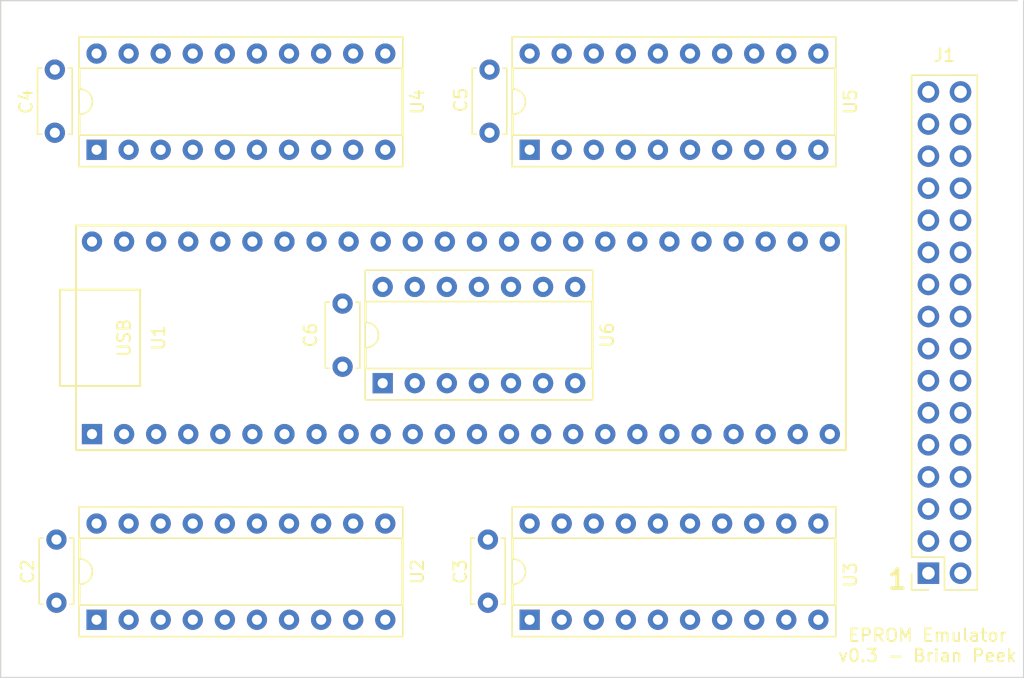
<source format=kicad_pcb>
(kicad_pcb (version 20211014) (generator pcbnew)
  (title_block (title "EPROM Emulator") (date "2022-01-02") (rev "0.2") (company "Brian Peek"))
  (layers (0 "F.Cu" signal) (31 "B.Cu" signal) (34 "B.Paste" user) (35 "F.Paste" user) (36 "B.SilkS" user "B.Silkscreen") (37 "F.SilkS" user "F.Silkscreen") (38 "B.Mask" user) (39 "F.Mask" user) (44 "Edge.Cuts" user))
  (net 0 "")
  (net 1 "+5V")
  (net 2 "A17_5V")
  (net 3 "A14_5V")
  (net 4 "A13_5V")
  (net 5 "A8_5V")
  (net 6 "A9_5V")
  (net 7 "A11_5V")
  (net 8 "GND")
  (net 9 "A10_5V")
  (net 10 "D7_5V")
  (net 11 "D6_5V")
  (net 12 "D5_5V")
  (net 13 "D4_5V")
  (net 14 "D3_5V")
  (net 15 "D2_5V")
  (net 16 "D1_5V")
  (net 17 "D0_5V")
  (net 18 "A0_5V")
  (net 19 "A1_5V")
  (net 20 "A2_5V")
  (net 21 "A3_5V")
  (net 22 "A4_5V")
  (net 23 "A5_5V")
  (net 24 "A6_5V")
  (net 25 "A7_5V")
  (net 26 "A12_5V")
  (net 27 "A15_5V")
  (net 28 "A16_5V")
  (net 29 "A1_3V3")
  (net 30 "A16_3V3")
  (net 31 "A17_3V3")
  (net 32 "A0_3V3")
  (net 33 "+3V3")
  (net 34 "D1_3V3")
  (net 35 "D6_3V3")
  (net 36 "A14_3V3")
  (net 37 "A15_3V3")
  (net 38 "A6_3V3")
  (net 39 "A7_3V3")
  (net 40 "D2_3V3")
  (net 41 "D0_3V3")
  (net 42 "D5_3V3")
  (net 43 "D7_3V3")
  (net 44 "D4_3V3")
  (net 45 "D3_3V3")
  (net 46 "A4_3V3")
  (net 47 "A5_3V3")
  (net 48 "A9_3V3")
  (net 49 "A8_3V3")
  (net 50 "A3_3V3")
  (net 51 "A2_3V3")
  (net 52 "A12_3V3")
  (net 53 "A13_3V3")
  (net 54 "A10_3V3")
  (net 55 "A11_3V3")
  (net 56 "OE_5V")
  (net 57 "CE_5V")
  (net 69 "A19_5V")
  (net 70 "A19_3V3")
  (net 75 "A18_5V")
  (net 76 "A18_3V3")
  (net 87 "Net-(U2-Pad19)")
  (footprint "Capacitor_THT:C_Disc_D5.0mm_W2.5mm_P5.00mm" (layer "F.Cu") (at 143.5826 113.3404 -90)
    (fp_text reference "C3" (at 2.54 2.192 90) (layer "F.SilkS"))
    (fp_text value "0.1uf")
    (fp_line (start -0.12 1.37) (end 5.12 1.37) (layer "F.SilkS") (width 0.12))
    (fp_line (start 5.12 1.055) (end 5.12 1.37) (layer "F.SilkS") (width 0.12))
    (fp_line (start -0.12 -1.37) (end 5.12 -1.37) (layer "F.SilkS") (width 0.12))
    (fp_line (start -0.12 -1.37) (end -0.12 -1.055) (layer "F.SilkS") (width 0.12))
    (fp_line (start 5.12 -1.37) (end 5.12 -1.055) (layer "F.SilkS") (width 0.12))
    (fp_line (start -0.12 1.055) (end -0.12 1.37) (layer "F.SilkS") (width 0.12))
    (pad "1" thru_hole circle locked (at 0 0 270) (size 1.6 1.6) (drill 0.8) (layers *.Cu *.Mask) (net 33 "+3V3"))
    (pad "2" thru_hole circle locked (at 5 0 270) (size 1.6 1.6) (drill 0.8) (layers *.Cu *.Mask) (net 8 "GND"))
  )
  (footprint "Capacitor_THT:C_Disc_D5.0mm_W2.5mm_P5.00mm" (layer "F.Cu") (at 109.2926 76.1294 -90)
    (fp_text reference "C4" (at 2.54 2.286 90) (layer "F.SilkS"))
    (fp_text value "0.1uf")
    (fp_line (start -0.12 1.055) (end -0.12 1.37) (layer "F.SilkS") (width 0.12))
    (fp_line (start 5.12 -1.37) (end 5.12 -1.055) (layer "F.SilkS") (width 0.12))
    (fp_line (start -0.12 1.37) (end 5.12 1.37) (layer "F.SilkS") (width 0.12))
    (fp_line (start -0.12 -1.37) (end -0.12 -1.055) (layer "F.SilkS") (width 0.12))
    (fp_line (start 5.12 1.055) (end 5.12 1.37) (layer "F.SilkS") (width 0.12))
    (fp_line (start -0.12 -1.37) (end 5.12 -1.37) (layer "F.SilkS") (width 0.12))
    (pad "1" thru_hole circle locked (at 0 0 270) (size 1.6 1.6) (drill 0.8) (layers *.Cu *.Mask) (net 33 "+3V3"))
    (pad "2" thru_hole circle locked (at 5 0 270) (size 1.6 1.6) (drill 0.8) (layers *.Cu *.Mask) (net 8 "GND"))
  )
  (footprint "teensy:Teensy41" (layer "F.Cu") (at 141.4446 97.3664)
    (fp_text reference "U1" (at -23.9446 0 90) (layer "F.SilkS"))
    (fp_text value "Teensy4.1")
    (fp_text user "USB" (at -26.67 0 90) (layer "F.SilkS"))
    (fp_line (start -30.48 3.81) (end -31.75 3.81) (layer "F.SilkS") (width 0.15))
    (fp_line (start 30.48 8.89) (end -30.48 8.89) (layer "F.SilkS") (width 0.15))
    (fp_line (start -25.4 3.81) (end -30.48 3.81) (layer "F.SilkS") (width 0.15))
    (fp_line (start -30.48 -8.89) (end 30.48 -8.89) (layer "F.SilkS") (width 0.15))
    (fp_line (start -31.75 -3.81) (end -30.48 -3.81) (layer "F.SilkS") (width 0.15))
    (fp_line (start 30.48 -8.89) (end 30.48 8.89) (layer "F.SilkS") (width 0.15))
    (fp_line (start -30.48 8.89) (end -30.48 -8.89) (layer "F.SilkS") (width 0.15))
    (fp_line (start -25.4 -3.81) (end -30.48 -3.81) (layer "F.SilkS") (width 0.15))
    (fp_line (start -31.75 3.81) (end -31.75 -3.81) (layer "F.SilkS") (width 0.15))
    (fp_line (start -25.4 3.81) (end -25.4 -3.81) (layer "F.SilkS") (width 0.15))
    (pad "1" thru_hole rect locked (at -29.21 7.62) (size 1.6 1.6) (drill 0.8) (layers *.Cu *.Mask) (net 8 "GND"))
    (pad "2" thru_hole circle locked (at -26.67 7.62) (size 1.6 1.6) (drill 0.8) (layers *.Cu *.Mask) (net 70 "A19_3V3"))
    (pad "3" thru_hole circle locked (at -24.13 7.62) (size 1.6 1.6) (drill 0.8) (layers *.Cu *.Mask) (net 76 "A18_3V3"))
    (pad "4" thru_hole circle locked (at -21.59 7.62) (size 1.6 1.6) (drill 0.8) (layers *.Cu *.Mask))
    (pad "5" thru_hole circle locked (at -19.05 7.62) (size 1.6 1.6) (drill 0.8) (layers *.Cu *.Mask))
    (pad "6" thru_hole circle locked (at -16.51 7.62) (size 1.6 1.6) (drill 0.8) (layers *.Cu *.Mask))
    (pad "7" thru_hole circle locked (at -13.97 7.62) (size 1.6 1.6) (drill 0.8) (layers *.Cu *.Mask))
    (pad "8" thru_hole circle locked (at -11.43 7.62) (size 1.6 1.6) (drill 0.8) (layers *.Cu *.Mask))
    (pad "9" thru_hole circle locked (at -8.89 7.62) (size 1.6 1.6) (drill 0.8) (layers *.Cu *.Mask) (net 42 "D5_3V3"))
    (pad "10" thru_hole circle locked (at -6.35 7.62) (size 1.6 1.6) (drill 0.8) (layers *.Cu *.Mask) (net 44 "D4_3V3"))
    (pad "11" thru_hole circle locked (at -3.81 7.62) (size 1.6 1.6) (drill 0.8) (layers *.Cu *.Mask))
    (pad "12" thru_hole circle locked (at -1.27 7.62) (size 1.6 1.6) (drill 0.8) (layers *.Cu *.Mask) (net 41 "D0_3V3"))
    (pad "13" thru_hole circle locked (at 1.27 7.62) (size 1.6 1.6) (drill 0.8) (layers *.Cu *.Mask) (net 40 "D2_3V3"))
    (pad "14" thru_hole circle locked (at 3.81 7.62) (size 1.6 1.6) (drill 0.8) (layers *.Cu *.Mask) (net 34 "D1_3V3"))
    (pad "15" thru_hole circle locked (at 6.35 7.62) (size 1.6 1.6) (drill 0.8) (layers *.Cu *.Mask) (net 33 "+3V3"))
    (pad "16" thru_hole circle locked (at 8.89 7.62) (size 1.6 1.6) (drill 0.8) (layers *.Cu *.Mask) (net 30 "A16_3V3"))
    (pad "17" thru_hole circle locked (at 11.43 7.62) (size 1.6 1.6) (drill 0.8) (layers *.Cu *.Mask) (net 31 "A17_3V3"))
    (pad "18" thru_hole circle locked (at 13.97 7.62) (size 1.6 1.6) (drill 0.8) (layers *.Cu *.Mask) (net 36 "A14_3V3"))
    (pad "19" thru_hole circle locked (at 16.51 7.62) (size 1.6 1.6) (drill 0.8) (layers *.Cu *.Mask) (net 37 "A15_3V3"))
    (pad "20" thru_hole circle locked (at 19.05 7.62) (size 1.6 1.6) (drill 0.8) (layers *.Cu *.Mask))
    (pad "21" thru_hole circle locked (at 21.59 7.62) (size 1.6 1.6) (drill 0.8) (layers *.Cu *.Mask))
    (pad "22" thru_hole circle locked (at 24.13 7.62) (size 1.6 1.6) (drill 0.8) (layers *.Cu *.Mask))
    (pad "23" thru_hole circle locked (at 26.67 7.62) (size 1.6 1.6) (drill 0.8) (layers *.Cu *.Mask))
    (pad "24" thru_hole circle locked (at 29.21 7.62) (size 1.6 1.6) (drill 0.8) (layers *.Cu *.Mask))
    (pad "25" thru_hole circle locked (at 29.21 -7.62) (size 1.6 1.6) (drill 0.8) (layers *.Cu *.Mask))
    (pad "26" thru_hole circle locked (at 26.67 -7.62) (size 1.6 1.6) (drill 0.8) (layers *.Cu *.Mask))
    (pad "27" thru_hole circle locked (at 24.13 -7.62) (size 1.6 1.6) (drill 0.8) (layers *.Cu *.Mask))
    (pad "28" thru_hole circle locked (at 21.59 -7.62) (size 1.6 1.6) (drill 0.8) (layers *.Cu *.Mask) (net 35 "D6_3V3"))
    (pad "29" thru_hole circle locked (at 19.05 -7.62) (size 1.6 1.6) (drill 0.8) (layers *.Cu *.Mask) (net 43 "D7_3V3"))
    (pad "30" thru_hole circle locked (at 16.51 -7.62) (size 1.6 1.6) (drill 0.8) (layers *.Cu *.Mask) (net 52 "A12_3V3"))
    (pad "31" thru_hole circle locked (at 13.97 -7.62) (size 1.6 1.6) (drill 0.8) (layers *.Cu *.Mask) (net 53 "A13_3V3"))
    (pad "32" thru_hole circle locked (at 11.43 -7.62) (size 1.6 1.6) (drill 0.8) (layers *.Cu *.Mask) (net 46 "A4_3V3"))
    (pad "33" thru_hole circle locked (at 8.89 -7.62) (size 1.6 1.6) (drill 0.8) (layers *.Cu *.Mask) (net 47 "A5_3V3"))
    (pad "34" thru_hole circle locked (at 6.35 -7.62) (size 1.6 1.6) (drill 0.8) (layers *.Cu *.Mask))
    (pad "35" thru_hole circle locked (at 3.81 -7.62) (size 1.6 1.6) (drill 0.8) (layers *.Cu *.Mask) (net 45 "D3_3V3"))
    (pad "36" thru_hole circle locked (at 1.27 -7.62) (size 1.6 1.6) (drill 0.8) (layers *.Cu *.Mask) (net 51 "A2_3V3"))
    (pad "37" thru_hole circle locked (at -1.27 -7.62) (size 1.6 1.6) (drill 0.8) (layers *.Cu *.Mask) (net 50 "A3_3V3"))
    (pad "38" thru_hole circle locked (at -3.81 -7.62) (size 1.6 1.6) (drill 0.8) (layers *.Cu *.Mask) (net 39 "A7_3V3"))
    (pad "39" thru_hole circle locked (at -6.35 -7.62) (size 1.6 1.6) (drill 0.8) (layers *.Cu *.Mask) (net 38 "A6_3V3"))
    (pad "40" thru_hole circle locked (at -8.89 -7.62) (size 1.6 1.6) (drill 0.8) (layers *.Cu *.Mask) (net 29 "A1_3V3"))
    (pad "41" thru_hole circle locked (at -11.43 -7.62) (size 1.6 1.6) (drill 0.8) (layers *.Cu *.Mask) (net 32 "A0_3V3"))
    (pad "42" thru_hole circle locked (at -13.97 -7.62) (size 1.6 1.6) (drill 0.8) (layers *.Cu *.Mask) (net 54 "A10_3V3"))
    (pad "43" thru_hole circle locked (at -16.51 -7.62) (size 1.6 1.6) (drill 0.8) (layers *.Cu *.Mask) (net 55 "A11_3V3"))
    (pad "44" thru_hole circle locked (at -19.05 -7.62) (size 1.6 1.6) (drill 0.8) (layers *.Cu *.Mask) (net 49 "A8_3V3"))
    (pad "45" thru_hole circle locked (at -21.59 -7.62) (size 1.6 1.6) (drill 0.8) (layers *.Cu *.Mask) (net 48 "A9_3V3"))
    (pad "46" thru_hole circle locked (at -24.13 -7.62) (size 1.6 1.6) (drill 0.8) (layers *.Cu *.Mask))
    (pad "47" thru_hole circle locked (at -26.67 -7.62) (size 1.6 1.6) (drill 0.8) (layers *.Cu *.Mask))
    (pad "48" thru_hole circle locked (at -29.21 -7.62) (size 1.6 1.6) (drill 0.8) (layers *.Cu *.Mask) (net 1 "+5V"))
  )
  (footprint "Capacitor_THT:C_Disc_D5.0mm_W2.5mm_P5.00mm" (layer "F.Cu") (at 143.7096 76.1294 -90)
    (fp_text reference "C5" (at 2.413 2.286 90) (layer "F.SilkS"))
    (fp_text value "0.1uf")
    (fp_line (start -0.12 -1.37) (end 5.12 -1.37) (layer "F.SilkS") (width 0.12))
    (fp_line (start 5.12 -1.37) (end 5.12 -1.055) (layer "F.SilkS") (width 0.12))
    (fp_line (start 5.12 1.055) (end 5.12 1.37) (layer "F.SilkS") (width 0.12))
    (fp_line (start -0.12 1.37) (end 5.12 1.37) (layer "F.SilkS") (width 0.12))
    (fp_line (start -0.12 -1.37) (end -0.12 -1.055) (layer "F.SilkS") (width 0.12))
    (fp_line (start -0.12 1.055) (end -0.12 1.37) (layer "F.SilkS") (width 0.12))
    (pad "1" thru_hole circle locked (at 0 0 270) (size 1.6 1.6) (drill 0.8) (layers *.Cu *.Mask) (net 33 "+3V3"))
    (pad "2" thru_hole circle locked (at 5 0 270) (size 1.6 1.6) (drill 0.8) (layers *.Cu *.Mask) (net 8 "GND"))
  )
  (footprint "Package_DIP:DIP-20_W7.62mm_Socket" (layer "F.Cu") (at 146.8846 119.6904 90)
    (fp_text reference "U3" (at 3.556 25.4 90) (layer "F.SilkS"))
    (fp_text value "74HC245")
    (fp_line (start -1.33 -1.39) (end -1.33 24.25) (layer "F.SilkS") (width 0.12))
    (fp_line (start 8.95 24.25) (end 8.95 -1.39) (layer "F.SilkS") (width 0.12))
    (fp_line (start 6.46 24.19) (end 6.46 -1.33) (layer "F.SilkS") (width 0.12))
    (fp_line (start 1.16 -1.33) (end 1.16 24.19) (layer "F.SilkS") (width 0.12))
    (fp_line (start -1.33 24.25) (end 8.95 24.25) (layer "F.SilkS") (width 0.12))
    (fp_line (start 1.16 24.19) (end 6.46 24.19) (layer "F.SilkS") (width 0.12))
    (fp_line (start 6.46 -1.33) (end 4.81 -1.33) (layer "F.SilkS") (width 0.12))
    (fp_line (start 8.95 -1.39) (end -1.33 -1.39) (layer "F.SilkS") (width 0.12))
    (fp_line (start 2.81 -1.33) (end 1.16 -1.33) (layer "F.SilkS") (width 0.12))
    (fp_arc (start 4.81 -1.33) (mid 3.81 -0.33) (end 2.81 -1.33) (layer "F.SilkS") (width 0.12))
    (pad "1" thru_hole rect locked (at 0 0 90) (size 1.6 1.6) (drill 0.8) (layers *.Cu *.Mask) (net 33 "+3V3"))
    (pad "2" thru_hole oval locked (at 0 2.54 90) (size 1.6 1.6) (drill 0.8) (layers *.Cu *.Mask) (net 69 "A19_5V"))
    (pad "3" thru_hole oval locked (at 0 5.08 90) (size 1.6 1.6) (drill 0.8) (layers *.Cu *.Mask) (net 75 "A18_5V"))
    (pad "4" thru_hole oval locked (at 0 7.62 90) (size 1.6 1.6) (drill 0.8) (layers *.Cu *.Mask) (net 28 "A16_5V"))
    (pad "5" thru_hole oval locked (at 0 10.16 90) (size 1.6 1.6) (drill 0.8) (layers *.Cu *.Mask) (net 2 "A17_5V"))
    (pad "6" thru_hole oval locked (at 0 12.7 90) (size 1.6 1.6) (drill 0.8) (layers *.Cu *.Mask) (net 3 "A14_5V"))
    (pad "7" thru_hole oval locked (at 0 15.24 90) (size 1.6 1.6) (drill 0.8) (layers *.Cu *.Mask) (net 27 "A15_5V"))
    (pad "8" thru_hole oval locked (at 0 17.78 90) (size 1.6 1.6) (drill 0.8) (layers *.Cu *.Mask))
    (pad "9" thru_hole oval locked (at 0 20.32 90) (size 1.6 1.6) (drill 0.8) (layers *.Cu *.Mask))
    (pad "10" thru_hole oval locked (at 0 22.86 90) (size 1.6 1.6) (drill 0.8) (layers *.Cu *.Mask) (net 8 "GND"))
    (pad "11" thru_hole oval locked (at 7.62 22.86 90) (size 1.6 1.6) (drill 0.8) (layers *.Cu *.Mask))
    (pad "12" thru_hole oval locked (at 7.62 20.32 90) (size 1.6 1.6) (drill 0.8) (layers *.Cu *.Mask))
    (pad "13" thru_hole oval locked (at 7.62 17.78 90) (size 1.6 1.6) (drill 0.8) (layers *.Cu *.Mask) (net 37 "A15_3V3"))
    (pad "14" thru_hole oval locked (at 7.62 15.24 90) (size 1.6 1.6) (drill 0.8) (layers *.Cu *.Mask) (net 36 "A14_3V3"))
    (pad "15" thru_hole oval locked (at 7.62 12.7 90) (size 1.6 1.6) (drill 0.8) (layers *.Cu *.Mask) (net 31 "A17_3V3"))
    (pad "16" thru_hole oval locked (at 7.62 10.16 90) (size 1.6 1.6) (drill 0.8) (layers *.Cu *.Mask) (net 30 "A16_3V3"))
    (pad "17" thru_hole oval locked (at 7.62 7.62 90) (size 1.6 1.6) (drill 0.8) (layers *.Cu *.Mask) (net 76 "A18_3V3"))
    (pad "18" thru_hole oval locked (at 7.62 5.08 90) (size 1.6 1.6) (drill 0.8) (layers *.Cu *.Mask) (net 70 "A19_3V3"))
    (pad "19" thru_hole oval locked (at 7.62 2.54 90) (size 1.6 1.6) (drill 0.8) (layers *.Cu *.Mask) (net 8 "GND"))
    (pad "20" thru_hole oval locked (at 7.62 0 90) (size 1.6 1.6) (drill 0.8) (layers *.Cu *.Mask) (net 33 "+3V3"))
  )
  (footprint "Capacitor_THT:C_Disc_D5.0mm_W2.5mm_P5.00mm" (layer "F.Cu") (at 109.4196 113.3404 -90)
    (fp_text reference "C2" (at 2.54 2.286 90) (layer "F.SilkS"))
    (fp_text value "0.1uf")
    (fp_line (start -0.12 1.055) (end -0.12 1.37) (layer "F.SilkS") (width 0.12))
    (fp_line (start -0.12 -1.37) (end -0.12 -1.055) (layer "F.SilkS") (width 0.12))
    (fp_line (start -0.12 -1.37) (end 5.12 -1.37) (layer "F.SilkS") (width 0.12))
    (fp_line (start 5.12 -1.37) (end 5.12 -1.055) (layer "F.SilkS") (width 0.12))
    (fp_line (start -0.12 1.37) (end 5.12 1.37) (layer "F.SilkS") (width 0.12))
    (fp_line (start 5.12 1.055) (end 5.12 1.37) (layer "F.SilkS") (width 0.12))
    (pad "1" thru_hole circle locked (at 0 0 270) (size 1.6 1.6) (drill 0.8) (layers *.Cu *.Mask) (net 1 "+5V"))
    (pad "2" thru_hole circle locked (at 5 0 270) (size 1.6 1.6) (drill 0.8) (layers *.Cu *.Mask) (net 8 "GND"))
  )
  (footprint "Connector_PinHeader_2.54mm:PinHeader_2x16_P2.54mm_Vertical" (layer "F.Cu") (at 181 116 180)
    (fp_text reference "J1" (at 1.27 41) (layer "F.SilkS"))
    (fp_text value "EPROM Connector")
    (fp_line (start 3.87 39.43) (end -1.33 39.43) (layer "F.SilkS") (width 0.12))
    (fp_line (start 1.27 1.27) (end 1.27 -1.33) (layer "F.SilkS") (width 0.12))
    (fp_line (start 3.87 -1.33) (end 2.54 -1.33) (layer "F.SilkS") (width 0.12))
    (fp_line (start 3.87 1.27) (end 3.87 39.43) (layer "F.SilkS") (width 0.12))
    (fp_line (start 3.87 1.27) (end 1.27 1.27) (layer "F.SilkS") (width 0.12))
    (fp_line (start 3.87 0) (end 3.87 -1.33) (layer "F.SilkS") (width 0.12))
    (fp_line (start -1.33 -1.33) (end -1.33 39.43) (layer "F.SilkS") (width 0.12))
    (fp_line (start 1.27 -1.33) (end -1.33 -1.33) (layer "F.SilkS") (width 0.12))
    (pad "1" thru_hole rect locked (at 2.54 0 180) (size 1.7 1.7) (drill 1) (layers *.Cu *.Mask) (net 69 "A19_5V"))
    (pad "2" thru_hole oval locked (at 2.54 2.54 180) (size 1.7 1.7) (drill 1) (layers *.Cu *.Mask) (net 28 "A16_5V"))
    (pad "3" thru_hole oval locked (at 2.54 5.08 180) (size 1.7 1.7) (drill 1) (layers *.Cu *.Mask) (net 27 "A15_5V"))
    (pad "4" thru_hole oval locked (at 2.54 7.62 180) (size 1.7 1.7) (drill 1) (layers *.Cu *.Mask) (net 26 "A12_5V"))
    (pad "5" thru_hole oval locked (at 2.54 10.16 180) (size 1.7 1.7) (drill 1) (layers *.Cu *.Mask) (net 25 "A7_5V"))
    (pad "6" thru_hole oval locked (at 2.54 12.7 180) (size 1.7 1.7) (drill 1) (layers *.Cu *.Mask) (net 24 "A6_5V"))
    (pad "7" thru_hole oval locked (at 2.54 15.24 180) (size 1.7 1.7) (drill 1) (layers *.Cu *.Mask) (net 23 "A5_5V"))
    (pad "8" thru_hole oval locked (at 2.54 17.78 180) (size 1.7 1.7) (drill 1) (layers *.Cu *.Mask) (net 22 "A4_5V"))
    (pad "9" thru_hole oval locked (at 2.54 20.32 180) (size 1.7 1.7) (drill 1) (layers *.Cu *.Mask) (net 21 "A3_5V"))
    (pad "10" thru_hole oval locked (at 2.54 22.86 180) (size 1.7 1.7) (drill 1) (layers *.Cu *.Mask) (net 20 "A2_5V"))
    (pad "11" thru_hole oval locked (at 2.54 25.4 180) (size 1.7 1.7) (drill 1) (layers *.Cu *.Mask) (net 19 "A1_5V"))
    (pad "12" thru_hole oval locked (at 2.54 27.94 180) (size 1.7 1.7) (drill 1) (layers *.Cu *.Mask) (net 18 "A0_5V"))
    (pad "13" thru_hole oval locked (at 2.54 30.48 180) (size 1.7 1.7) (drill 1) (layers *.Cu *.Mask) (net 17 "D0_5V"))
    (pad "14" thru_hole oval locked (at 2.54 33.02 180) (size 1.7 1.7) (drill 1) (layers *.Cu *.Mask) (net 16 "D1_5V"))
    (pad "15" thru_hole oval locked (at 2.54 35.56 180) (size 1.7 1.7) (drill 1) (layers *.Cu *.Mask) (net 15 "D2_5V"))
    (pad "16" thru_hole oval locked (at 2.54 38.1 180) (size 1.7 1.7) (drill 1) (layers *.Cu *.Mask) (net 8 "GND"))
    (pad "17" thru_hole oval locked (at 0 38.1 180) (size 1.7 1.7) (drill 1) (layers *.Cu *.Mask) (net 14 "D3_5V"))
    (pad "18" thru_hole oval locked (at 0 35.56 180) (size 1.7 1.7) (drill 1) (layers *.Cu *.Mask) (net 13 "D4_5V"))
    (pad "19" thru_hole oval locked (at 0 33.02 180) (size 1.7 1.7) (drill 1) (layers *.Cu *.Mask) (net 12 "D5_5V"))
    (pad "20" thru_hole oval locked (at 0 30.48 180) (size 1.7 1.7) (drill 1) (layers *.Cu *.Mask) (net 11 "D6_5V"))
    (pad "21" thru_hole oval locked (at 0 27.94 180) (size 1.7 1.7) (drill 1) (layers *.Cu *.Mask) (net 10 "D7_5V"))
    (pad "22" thru_hole oval locked (at 0 25.4 180) (size 1.7 1.7) (drill 1) (layers *.Cu *.Mask) (net 57 "CE_5V"))
    (pad "23" thru_hole oval locked (at 0 22.86 180) (size 1.7 1.7) (drill 1) (layers *.Cu *.Mask) (net 9 "A10_5V"))
    (pad "24" thru_hole oval locked (at 0 20.32 180) (size 1.7 1.7) (drill 1) (layers *.Cu *.Mask) (net 56 "OE_5V"))
    (pad "25" thru_hole oval locked (at 0 17.78 180) (size 1.7 1.7) (drill 1) (layers *.Cu *.Mask) (net 7 "A11_5V"))
    (pad "26" thru_hole oval locked (at 0 15.24 180) (size 1.7 1.7) (drill 1) (layers *.Cu *.Mask) (net 6 "A9_5V"))
    (pad "27" thru_hole oval locked (at 0 12.7 180) (size 1.7 1.7) (drill 1) (layers *.Cu *.Mask) (net 5 "A8_5V"))
    (pad "28" thru_hole oval locked (at 0 10.16 180) (size 1.7 1.7) (drill 1) (layers *.Cu *.Mask) (net 4 "A13_5V"))
    (pad "29" thru_hole oval locked (at 0 7.62 180) (size 1.7 1.7) (drill 1) (layers *.Cu *.Mask) (net 3 "A14_5V"))
    (pad "30" thru_hole oval locked (at 0 5.08 180) (size 1.7 1.7) (drill 1) (layers *.Cu *.Mask) (net 2 "A17_5V"))
    (pad "31" thru_hole oval locked (at 0 2.54 180) (size 1.7 1.7) (drill 1) (layers *.Cu *.Mask) (net 75 "A18_5V"))
    (pad "32" thru_hole oval locked (at 0 0 180) (size 1.7 1.7) (drill 1) (layers *.Cu *.Mask) (net 1 "+5V"))
  )
  (footprint "Package_DIP:DIP-20_W7.62mm_Socket" (layer "F.Cu") (at 112.5946 82.4794 90)
    (fp_text reference "U4" (at 3.81 25.4 90) (layer "F.SilkS"))
    (fp_text value "74HC245")
    (fp_line (start 6.46 -1.33) (end 4.81 -1.33) (layer "F.SilkS") (width 0.12))
    (fp_line (start 2.81 -1.33) (end 1.16 -1.33) (layer "F.SilkS") (width 0.12))
    (fp_line (start 8.95 -1.39) (end -1.33 -1.39) (layer "F.SilkS") (width 0.12))
    (fp_line (start -1.33 -1.39) (end -1.33 24.25) (layer "F.SilkS") (width 0.12))
    (fp_line (start 6.46 24.19) (end 6.46 -1.33) (layer "F.SilkS") (width 0.12))
    (fp_line (start 1.16 24.19) (end 6.46 24.19) (layer "F.SilkS") (width 0.12))
    (fp_line (start 1.16 -1.33) (end 1.16 24.19) (layer "F.SilkS") (width 0.12))
    (fp_line (start 8.95 24.25) (end 8.95 -1.39) (layer "F.SilkS") (width 0.12))
    (fp_line (start -1.33 24.25) (end 8.95 24.25) (layer "F.SilkS") (width 0.12))
    (fp_arc (start 4.81 -1.33) (mid 3.81 -0.33) (end 2.81 -1.33) (layer "F.SilkS") (width 0.12))
    (pad "1" thru_hole rect locked (at 0 0 90) (size 1.6 1.6) (drill 0.8) (layers *.Cu *.Mask) (net 8 "GND"))
    (pad "2" thru_hole oval locked (at 0 2.54 90) (size 1.6 1.6) (drill 0.8) (layers *.Cu *.Mask) (net 48 "A9_3V3"))
    (pad "3" thru_hole oval locked (at 0 5.08 90) (size 1.6 1.6) (drill 0.8) (layers *.Cu *.Mask) (net 49 "A8_3V3"))
    (pad "4" thru_hole oval locked (at 0 7.62 90) (size 1.6 1.6) (drill 0.8) (layers *.Cu *.Mask) (net 55 "A11_3V3"))
    (pad "5" thru_hole oval locked (at 0 10.16 90) (size 1.6 1.6) (drill 0.8) (layers *.Cu *.Mask) (net 54 "A10_3V3"))
    (pad "6" thru_hole oval locked (at 0 12.7 90) (size 1.6 1.6) (drill 0.8) (layers *.Cu *.Mask) (net 32 "A0_3V3"))
    (pad "7" thru_hole oval locked (at 0 15.24 90) (size 1.6 1.6) (drill 0.8) (layers *.Cu *.Mask) (net 29 "A1_3V3"))
    (pad "8" thru_hole oval locked (at 0 17.78 90) (size 1.6 1.6) (drill 0.8) (layers *.Cu *.Mask) (net 38 "A6_3V3"))
    (pad "9" thru_hole oval locked (at 0 20.32 90) (size 1.6 1.6) (drill 0.8) (layers *.Cu *.Mask) (net 39 "A7_3V3"))
    (pad "10" thru_hole oval locked (at 0 22.86 90) (size 1.6 1.6) (drill 0.8) (layers *.Cu *.Mask) (net 8 "GND"))
    (pad "11" thru_hole oval locked (at 7.62 22.86 90) (size 1.6 1.6) (drill 0.8) (layers *.Cu *.Mask) (net 25 "A7_5V"))
    (pad "12" thru_hole oval locked (at 7.62 20.32 90) (size 1.6 1.6) (drill 0.8) (layers *.Cu *.Mask) (net 24 "A6_5V"))
    (pad "13" thru_hole oval locked (at 7.62 17.78 90) (size 1.6 1.6) (drill 0.8) (layers *.Cu *.Mask) (net 19 "A1_5V"))
    (pad "14" thru_hole oval locked (at 7.62 15.24 90) (size 1.6 1.6) (drill 0.8) (layers *.Cu *.Mask) (net 18 "A0_5V"))
    (pad "15" thru_hole oval locked (at 7.62 12.7 90) (size 1.6 1.6) (drill 0.8) (layers *.Cu *.Mask) (net 9 "A10_5V"))
    (pad "16" thru_hole oval locked (at 7.62 10.16 90) (size 1.6 1.6) (drill 0.8) (layers *.Cu *.Mask) (net 7 "A11_5V"))
    (pad "17" thru_hole oval locked (at 7.62 7.62 90) (size 1.6 1.6) (drill 0.8) (layers *.Cu *.Mask) (net 5 "A8_5V"))
    (pad "18" thru_hole oval locked (at 7.62 5.08 90) (size 1.6 1.6) (drill 0.8) (layers *.Cu *.Mask) (net 6 "A9_5V"))
    (pad "19" thru_hole oval locked (at 7.62 2.54 90) (size 1.6 1.6) (drill 0.8) (layers *.Cu *.Mask) (net 8 "GND"))
    (pad "20" thru_hole oval locked (at 7.62 0 90) (size 1.6 1.6) (drill 0.8) (layers *.Cu *.Mask) (net 33 "+3V3"))
  )
  (footprint "Package_DIP:DIP-20_W7.62mm_Socket" (layer "F.Cu") (at 146.8846 82.4794 90)
    (fp_text reference "U5" (at 3.81 25.4 90) (layer "F.SilkS"))
    (fp_text value "74HC245")
    (fp_line (start 6.46 24.19) (end 6.46 -1.33) (layer "F.SilkS") (width 0.12))
    (fp_line (start 1.16 -1.33) (end 1.16 24.19) (layer "F.SilkS") (width 0.12))
    (fp_line (start 6.46 -1.33) (end 4.81 -1.33) (layer "F.SilkS") (width 0.12))
    (fp_line (start -1.33 24.25) (end 8.95 24.25) (layer "F.SilkS") (width 0.12))
    (fp_line (start 1.16 24.19) (end 6.46 24.19) (layer "F.SilkS") (width 0.12))
    (fp_line (start 8.95 24.25) (end 8.95 -1.39) (layer "F.SilkS") (width 0.12))
    (fp_line (start 8.95 -1.39) (end -1.33 -1.39) (layer "F.SilkS") (width 0.12))
    (fp_line (start -1.33 -1.39) (end -1.33 24.25) (layer "F.SilkS") (width 0.12))
    (fp_line (start 2.81 -1.33) (end 1.16 -1.33) (layer "F.SilkS") (width 0.12))
    (fp_arc (start 4.81 -1.33) (mid 3.81 -0.33) (end 2.81 -1.33) (layer "F.SilkS") (width 0.12))
    (pad "1" thru_hole rect locked (at 0 0 90) (size 1.6 1.6) (drill 0.8) (layers *.Cu *.Mask) (net 8 "GND"))
    (pad "2" thru_hole oval locked (at 0 2.54 90) (size 1.6 1.6) (drill 0.8) (layers *.Cu *.Mask) (net 50 "A3_3V3"))
    (pad "3" thru_hole oval locked (at 0 5.08 90) (size 1.6 1.6) (drill 0.8) (layers *.Cu *.Mask) (net 51 "A2_3V3"))
    (pad "4" thru_hole oval locked (at 0 7.62 90) (size 1.6 1.6) (drill 0.8) (layers *.Cu *.Mask) (net 47 "A5_3V3"))
    (pad "5" thru_hole oval locked (at 0 10.16 90) (size 1.6 1.6) (drill 0.8) (layers *.Cu *.Mask) (net 46 "A4_3V3"))
    (pad "6" thru_hole oval locked (at 0 12.7 90) (size 1.6 1.6) (drill 0.8) (layers *.Cu *.Mask) (net 53 "A13_3V3"))
    (pad "7" thru_hole oval locked (at 0 15.24 90) (size 1.6 1.6) (drill 0.8) (layers *.Cu *.Mask) (net 52 "A12_3V3"))
    (pad "8" thru_hole oval locked (at 0 17.78 90) (size 1.6 1.6) (drill 0.8) (layers *.Cu *.Mask))
    (pad "9" thru_hole oval locked (at 0 20.32 90) (size 1.6 1.6) (drill 0.8) (layers *.Cu *.Mask))
    (pad "10" thru_hole oval locked (at 0 22.86 90) (size 1.6 1.6) (drill 0.8) (layers *.Cu *.Mask) (net 8 "GND"))
    (pad "11" thru_hole oval locked (at 7.62 22.86 90) (size 1.6 1.6) (drill 0.8) (layers *.Cu *.Mask))
    (pad "12" thru_hole oval locked (at 7.62 20.32 90) (size 1.6 1.6) (drill 0.8) (layers *.Cu *.Mask))
    (pad "13" thru_hole oval locked (at 7.62 17.78 90) (size 1.6 1.6) (drill 0.8) (layers *.Cu *.Mask) (net 26 "A12_5V"))
    (pad "14" thru_hole oval locked (at 7.62 15.24 90) (size 1.6 1.6) (drill 0.8) (layers *.Cu *.Mask) (net 4 "A13_5V"))
    (pad "15" thru_hole oval locked (at 7.62 12.7 90) (size 1.6 1.6) (drill 0.8) (layers *.Cu *.Mask) (net 22 "A4_5V"))
    (pad "16" thru_hole oval locked (at 7.62 10.16 90) (size 1.6 1.6) (drill 0.8) (layers *.Cu *.Mask) (net 23 "A5_5V"))
    (pad "17" thru_hole oval locked (at 7.62 7.62 90) (size 1.6 1.6) (drill 0.8) (layers *.Cu *.Mask) (net 20 "A2_5V"))
    (pad "18" thru_hole oval locked (at 7.62 5.08 90) (size 1.6 1.6) (drill 0.8) (layers *.Cu *.Mask) (net 21 "A3_5V"))
    (pad "19" thru_hole oval locked (at 7.62 2.54 90) (size 1.6 1.6) (drill 0.8) (layers *.Cu *.Mask) (net 8 "GND"))
    (pad "20" thru_hole oval locked (at 7.62 0 90) (size 1.6 1.6) (drill 0.8) (layers *.Cu *.Mask) (net 33 "+3V3"))
  )
  (footprint "Package_DIP:DIP-20_W7.62mm_Socket" (layer "F.Cu") (at 112.5946 119.6904 90)
    (fp_text reference "U2" (at 3.81 25.4 90) (layer "F.SilkS"))
    (fp_text value "74HC245")
    (fp_line (start 6.46 -1.33) (end 4.81 -1.33) (layer "F.SilkS") (width 0.12))
    (fp_line (start 8.95 -1.39) (end -1.33 -1.39) (layer "F.SilkS") (width 0.12))
    (fp_line (start 1.16 24.19) (end 6.46 24.19) (layer "F.SilkS") (width 0.12))
    (fp_line (start 2.81 -1.33) (end 1.16 -1.33) (layer "F.SilkS") (width 0.12))
    (fp_line (start 1.16 -1.33) (end 1.16 24.19) (layer "F.SilkS") (width 0.12))
    (fp_line (start -1.33 -1.39) (end -1.33 24.25) (layer "F.SilkS") (width 0.12))
    (fp_line (start 6.46 24.19) (end 6.46 -1.33) (layer "F.SilkS") (width 0.12))
    (fp_line (start -1.33 24.25) (end 8.95 24.25) (layer "F.SilkS") (width 0.12))
    (fp_line (start 8.95 24.25) (end 8.95 -1.39) (layer "F.SilkS") (width 0.12))
    (fp_arc (start 4.81 -1.33) (mid 3.81 -0.33) (end 2.81 -1.33) (layer "F.SilkS") (width 0.12))
    (pad "1" thru_hole rect locked (at 0 0 90) (size 1.6 1.6) (drill 0.8) (layers *.Cu *.Mask) (net 8 "GND"))
    (pad "2" thru_hole oval locked (at 0 2.54 90) (size 1.6 1.6) (drill 0.8) (layers *.Cu *.Mask) (net 12 "D5_5V"))
    (pad "3" thru_hole oval locked (at 0 5.08 90) (size 1.6 1.6) (drill 0.8) (layers *.Cu *.Mask) (net 13 "D4_5V"))
    (pad "4" thru_hole oval locked (at 0 7.62 90) (size 1.6 1.6) (drill 0.8) (layers *.Cu *.Mask) (net 17 "D0_5V"))
    (pad "5" thru_hole oval locked (at 0 10.16 90) (size 1.6 1.6) (drill 0.8) (layers *.Cu *.Mask) (net 15 "D2_5V"))
    (pad "6" thru_hole oval locked (at 0 12.7 90) (size 1.6 1.6) (drill 0.8) (layers *.Cu *.Mask) (net 16 "D1_5V"))
    (pad "7" thru_hole oval locked (at 0 15.24 90) (size 1.6 1.6) (drill 0.8) (layers *.Cu *.Mask) (net 14 "D3_5V"))
    (pad "8" thru_hole oval locked (at 0 17.78 90) (size 1.6 1.6) (drill 0.8) (layers *.Cu *.Mask) (net 10 "D7_5V"))
    (pad "9" thru_hole oval locked (at 0 20.32 90) (size 1.6 1.6) (drill 0.8) (layers *.Cu *.Mask) (net 11 "D6_5V"))
    (pad "10" thru_hole oval locked (at 0 22.86 90) (size 1.6 1.6) (drill 0.8) (layers *.Cu *.Mask) (net 8 "GND"))
    (pad "11" thru_hole oval locked (at 7.62 22.86 90) (size 1.6 1.6) (drill 0.8) (layers *.Cu *.Mask) (net 35 "D6_3V3"))
    (pad "12" thru_hole oval locked (at 7.62 20.32 90) (size 1.6 1.6) (drill 0.8) (layers *.Cu *.Mask) (net 43 "D7_3V3"))
    (pad "13" thru_hole oval locked (at 7.62 17.78 90) (size 1.6 1.6) (drill 0.8) (layers *.Cu *.Mask) (net 45 "D3_3V3"))
    (pad "14" thru_hole oval locked (at 7.62 15.24 90) (size 1.6 1.6) (drill 0.8) (layers *.Cu *.Mask) (net 34 "D1_3V3"))
    (pad "15" thru_hole oval locked (at 7.62 12.7 90) (size 1.6 1.6) (drill 0.8) (layers *.Cu *.Mask) (net 40 "D2_3V3"))
    (pad "16" thru_hole oval locked (at 7.62 10.16 90) (size 1.6 1.6) (drill 0.8) (layers *.Cu *.Mask) (net 41 "D0_3V3"))
    (pad "17" thru_hole oval locked (at 7.62 7.62 90) (size 1.6 1.6) (drill 0.8) (layers *.Cu *.Mask) (net 44 "D4_3V3"))
    (pad "18" thru_hole oval locked (at 7.62 5.08 90) (size 1.6 1.6) (drill 0.8) (layers *.Cu *.Mask) (net 42 "D5_3V3"))
    (pad "19" thru_hole oval locked (at 7.62 2.54 90) (size 1.6 1.6) (drill 0.8) (layers *.Cu *.Mask) (net 87 "Net-(U2-Pad19)"))
    (pad "20" thru_hole oval locked (at 7.62 0 90) (size 1.6 1.6) (drill 0.8) (layers *.Cu *.Mask) (net 1 "+5V"))
  )
  (footprint "Package_DIP:DIP-14_W7.62mm_Socket" (layer "F.Cu") (at 135.25 100.955 90)
    (fp_text reference "U6" (at 3.81 17.78 90) (layer "F.SilkS"))
    (fp_text value "74LS32")
    (fp_line (start 1.16 16.57) (end 6.46 16.57) (layer "F.SilkS") (width 0.12))
    (fp_line (start 1.16 -1.33) (end 1.16 16.57) (layer "F.SilkS") (width 0.12))
    (fp_line (start 8.95 -1.39) (end -1.33 -1.39) (layer "F.SilkS") (width 0.12))
    (fp_line (start -1.33 -1.39) (end -1.33 16.63) (layer "F.SilkS") (width 0.12))
    (fp_line (start -1.33 16.63) (end 8.95 16.63) (layer "F.SilkS") (width 0.12))
    (fp_line (start 6.46 -1.33) (end 4.81 -1.33) (layer "F.SilkS") (width 0.12))
    (fp_line (start 8.95 16.63) (end 8.95 -1.39) (layer "F.SilkS") (width 0.12))
    (fp_line (start 2.81 -1.33) (end 1.16 -1.33) (layer "F.SilkS") (width 0.12))
    (fp_line (start 6.46 16.57) (end 6.46 -1.33) (layer "F.SilkS") (width 0.12))
    (fp_arc (start 4.81 -1.33) (mid 3.81 -0.33) (end 2.81 -1.33) (layer "F.SilkS") (width 0.12))
    (pad "1" thru_hole rect locked (at 0 0 90) (size 1.6 1.6) (drill 0.8) (layers *.Cu *.Mask) (net 56 "OE_5V"))
    (pad "2" thru_hole oval locked (at 0 2.54 90) (size 1.6 1.6) (drill 0.8) (layers *.Cu *.Mask) (net 57 "CE_5V"))
    (pad "3" thru_hole oval locked (at 0 5.08 90) (size 1.6 1.6) (drill 0.8) (layers *.Cu *.Mask) (net 87 "Net-(U2-Pad19)"))
    (pad "4" thru_hole oval locked (at 0 7.62 90) (size 1.6 1.6) (drill 0.8) (layers *.Cu *.Mask) (net 8 "GND"))
    (pad "5" thru_hole oval locked (at 0 10.16 90) (size 1.6 1.6) (drill 0.8) (layers *.Cu *.Mask) (net 8 "GND"))
    (pad "6" thru_hole oval locked (at 0 12.7 90) (size 1.6 1.6) (drill 0.8) (layers *.Cu *.Mask) (net 8 "GND"))
    (pad "7" thru_hole oval locked (at 0 15.24 90) (size 1.6 1.6) (drill 0.8) (layers *.Cu *.Mask) (net 8 "GND"))
    (pad "8" thru_hole oval locked (at 7.62 15.24 90) (size 1.6 1.6) (drill 0.8) (layers *.Cu *.Mask) (net 8 "GND"))
    (pad "9" thru_hole oval locked (at 7.62 12.7 90) (size 1.6 1.6) (drill 0.8) (layers *.Cu *.Mask) (net 8 "GND"))
    (pad "10" thru_hole oval locked (at 7.62 10.16 90) (size 1.6 1.6) (drill 0.8) (layers *.Cu *.Mask) (net 8 "GND"))
    (pad "11" thru_hole oval locked (at 7.62 7.62 90) (size 1.6 1.6) (drill 0.8) (layers *.Cu *.Mask) (net 8 "GND"))
    (pad "12" thru_hole oval locked (at 7.62 5.08 90) (size 1.6 1.6) (drill 0.8) (layers *.Cu *.Mask) (net 8 "GND"))
    (pad "13" thru_hole oval locked (at 7.62 2.54 90) (size 1.6 1.6) (drill 0.8) (layers *.Cu *.Mask) (net 8 "GND"))
    (pad "14" thru_hole oval locked (at 7.62 0 90) (size 1.6 1.6) (drill 0.8) (layers *.Cu *.Mask) (net 1 "+5V"))
  )
  (footprint "Capacitor_THT:C_Disc_D5.0mm_W2.5mm_P5.00mm" (layer "F.Cu") (at 132.075 94.655 -90)
    (fp_text reference "C6" (at 2.5 2.54 90) (layer "F.SilkS"))
    (fp_text value "0.1uf")
    (fp_line (start -0.12 -1.37) (end -0.12 -1.055) (layer "F.SilkS") (width 0.12))
    (fp_line (start -0.12 1.37) (end 5.12 1.37) (layer "F.SilkS") (width 0.12))
    (fp_line (start -0.12 -1.37) (end 5.12 -1.37) (layer "F.SilkS") (width 0.12))
    (fp_line (start 5.12 1.055) (end 5.12 1.37) (layer "F.SilkS") (width 0.12))
    (fp_line (start 5.12 -1.37) (end 5.12 -1.055) (layer "F.SilkS") (width 0.12))
    (fp_line (start -0.12 1.055) (end -0.12 1.37) (layer "F.SilkS") (width 0.12))
    (pad "1" thru_hole circle locked (at 0 0 270) (size 1.6 1.6) (drill 0.8) (layers *.Cu *.Mask) (net 1 "+5V"))
    (pad "2" thru_hole circle locked (at 5 0 270) (size 1.6 1.6) (drill 0.8) (layers *.Cu *.Mask) (net 8 "GND"))
  )
  (gr_line (start 186.0006 124.2624) (end 105 124.2624) (layer "Edge.Cuts") (width 0.1))
  (gr_line (start 186.0006 70.6684) (end 186.0006 124.2624) (layer "Edge.Cuts") (width 0.1))
  (gr_line (start 105 124.2624) (end 105 70.6684) (layer "Edge.Cuts") (width 0.1))
  (gr_line (start 105 70.6684) (end 185.5006 70.6684) (layer "Edge.Cuts") (width 0.1))
  (gr_text "1" (at 176 116.5) (layer "F.SilkS") (effects (font (size 1.5 1.5) (thickness 0.3))))
  (gr_text "EPROM Emulator\nv0.3 - Brian Peek" (at 178.3806 121.7224) (layer "F.SilkS") (effects (font (size 1 1))))
)
</source>
